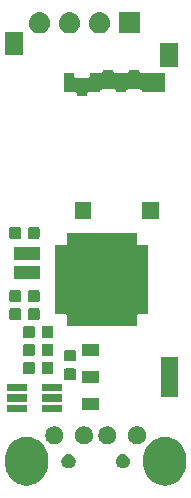
<source format=gbr>
G04 #@! TF.GenerationSoftware,KiCad,Pcbnew,(5.0.2)-1*
G04 #@! TF.CreationDate,2022-05-07T19:17:56+02:00*
G04 #@! TF.ProjectId,Pendrive_v1,50656e64-7269-4766-955f-76312e6b6963,rev?*
G04 #@! TF.SameCoordinates,Original*
G04 #@! TF.FileFunction,Soldermask,Top*
G04 #@! TF.FilePolarity,Negative*
%FSLAX46Y46*%
G04 Gerber Fmt 4.6, Leading zero omitted, Abs format (unit mm)*
G04 Created by KiCad (PCBNEW (5.0.2)-1) date 07.05.2022 19:17:56*
%MOMM*%
%LPD*%
G01*
G04 APERTURE LIST*
%ADD10C,0.100000*%
G04 APERTURE END LIST*
D10*
G36*
X102763057Y-136554059D02*
X102989384Y-136622714D01*
X103102548Y-136657042D01*
X103415425Y-136824279D01*
X103689661Y-137049339D01*
X103914721Y-137323575D01*
X104081958Y-137636451D01*
X104116286Y-137749615D01*
X104184941Y-137975942D01*
X104211000Y-138240525D01*
X104211000Y-138917474D01*
X104184941Y-139182057D01*
X104116286Y-139408384D01*
X104081958Y-139521549D01*
X103914721Y-139834425D01*
X103689661Y-140108661D01*
X103415425Y-140333721D01*
X103102549Y-140500958D01*
X102989385Y-140535286D01*
X102763058Y-140603941D01*
X102410000Y-140638714D01*
X102056943Y-140603941D01*
X101830616Y-140535286D01*
X101717452Y-140500958D01*
X101404576Y-140333721D01*
X101130339Y-140108661D01*
X100905279Y-139834425D01*
X100738042Y-139521549D01*
X100703714Y-139408385D01*
X100635059Y-139182058D01*
X100609000Y-138917475D01*
X100609000Y-138240526D01*
X100635059Y-137975943D01*
X100738042Y-137636453D01*
X100738042Y-137636452D01*
X100905279Y-137323575D01*
X101130339Y-137049339D01*
X101404575Y-136824279D01*
X101717451Y-136657042D01*
X101830615Y-136622714D01*
X102056942Y-136554059D01*
X102410000Y-136519286D01*
X102763057Y-136554059D01*
X102763057Y-136554059D01*
G37*
G36*
X114463057Y-136554059D02*
X114689384Y-136622714D01*
X114802548Y-136657042D01*
X115115425Y-136824279D01*
X115389661Y-137049339D01*
X115614721Y-137323575D01*
X115781958Y-137636451D01*
X115816286Y-137749615D01*
X115884941Y-137975942D01*
X115911000Y-138240525D01*
X115911000Y-138917474D01*
X115884941Y-139182057D01*
X115816286Y-139408384D01*
X115781958Y-139521549D01*
X115614721Y-139834425D01*
X115389661Y-140108661D01*
X115115425Y-140333721D01*
X114802549Y-140500958D01*
X114689385Y-140535286D01*
X114463058Y-140603941D01*
X114110000Y-140638714D01*
X113756943Y-140603941D01*
X113530616Y-140535286D01*
X113417452Y-140500958D01*
X113104576Y-140333721D01*
X112830339Y-140108661D01*
X112605279Y-139834425D01*
X112438042Y-139521549D01*
X112403714Y-139408385D01*
X112335059Y-139182058D01*
X112309000Y-138917475D01*
X112309000Y-138240526D01*
X112335059Y-137975943D01*
X112438042Y-137636453D01*
X112438042Y-137636452D01*
X112605279Y-137323575D01*
X112830339Y-137049339D01*
X113104575Y-136824279D01*
X113417451Y-136657042D01*
X113530615Y-136622714D01*
X113756942Y-136554059D01*
X114110000Y-136519286D01*
X114463057Y-136554059D01*
X114463057Y-136554059D01*
G37*
G36*
X106135305Y-138001096D02*
X106244680Y-138046400D01*
X106343118Y-138112175D01*
X106426825Y-138195882D01*
X106492600Y-138294320D01*
X106537904Y-138403695D01*
X106561000Y-138519806D01*
X106561000Y-138638194D01*
X106537904Y-138754305D01*
X106492600Y-138863680D01*
X106426825Y-138962118D01*
X106343118Y-139045825D01*
X106244680Y-139111600D01*
X106135305Y-139156904D01*
X106019194Y-139180000D01*
X105900806Y-139180000D01*
X105784695Y-139156904D01*
X105675320Y-139111600D01*
X105576882Y-139045825D01*
X105493175Y-138962118D01*
X105427400Y-138863680D01*
X105382096Y-138754305D01*
X105359000Y-138638194D01*
X105359000Y-138519806D01*
X105382096Y-138403695D01*
X105427400Y-138294320D01*
X105493175Y-138195882D01*
X105576882Y-138112175D01*
X105675320Y-138046400D01*
X105784695Y-138001096D01*
X105900806Y-137978000D01*
X106019194Y-137978000D01*
X106135305Y-138001096D01*
X106135305Y-138001096D01*
G37*
G36*
X110735305Y-138001096D02*
X110844680Y-138046400D01*
X110943118Y-138112175D01*
X111026825Y-138195882D01*
X111092600Y-138294320D01*
X111137904Y-138403695D01*
X111161000Y-138519806D01*
X111161000Y-138638194D01*
X111137904Y-138754305D01*
X111092600Y-138863680D01*
X111026825Y-138962118D01*
X110943118Y-139045825D01*
X110844680Y-139111600D01*
X110735305Y-139156904D01*
X110619194Y-139180000D01*
X110500806Y-139180000D01*
X110384695Y-139156904D01*
X110275320Y-139111600D01*
X110176882Y-139045825D01*
X110093175Y-138962118D01*
X110027400Y-138863680D01*
X109982096Y-138754305D01*
X109959000Y-138638194D01*
X109959000Y-138519806D01*
X109982096Y-138403695D01*
X110027400Y-138294320D01*
X110093175Y-138195882D01*
X110176882Y-138112175D01*
X110275320Y-138046400D01*
X110384695Y-138001096D01*
X110500806Y-137978000D01*
X110619194Y-137978000D01*
X110735305Y-138001096D01*
X110735305Y-138001096D01*
G37*
G36*
X109483578Y-135641955D02*
X109483581Y-135641956D01*
X109483580Y-135641956D01*
X109623074Y-135699736D01*
X109623075Y-135699737D01*
X109748618Y-135783622D01*
X109855378Y-135890382D01*
X109855380Y-135890385D01*
X109939264Y-136015926D01*
X109983955Y-136123820D01*
X109997045Y-136155422D01*
X110026500Y-136303505D01*
X110026500Y-136454495D01*
X109997045Y-136602578D01*
X109997044Y-136602580D01*
X109939264Y-136742074D01*
X109939263Y-136742075D01*
X109855378Y-136867618D01*
X109748618Y-136974378D01*
X109748615Y-136974380D01*
X109623074Y-137058264D01*
X109515180Y-137102955D01*
X109483578Y-137116045D01*
X109335495Y-137145500D01*
X109184505Y-137145500D01*
X109036422Y-137116045D01*
X109004820Y-137102955D01*
X108896926Y-137058264D01*
X108771385Y-136974380D01*
X108771382Y-136974378D01*
X108664622Y-136867618D01*
X108580737Y-136742075D01*
X108580736Y-136742074D01*
X108522956Y-136602580D01*
X108522955Y-136602578D01*
X108493500Y-136454495D01*
X108493500Y-136303505D01*
X108522955Y-136155422D01*
X108536045Y-136123820D01*
X108580736Y-136015926D01*
X108664620Y-135890385D01*
X108664622Y-135890382D01*
X108771382Y-135783622D01*
X108896925Y-135699737D01*
X108896926Y-135699736D01*
X109036420Y-135641956D01*
X109036419Y-135641956D01*
X109036422Y-135641955D01*
X109184505Y-135612500D01*
X109335495Y-135612500D01*
X109483578Y-135641955D01*
X109483578Y-135641955D01*
G37*
G36*
X104983578Y-135641955D02*
X104983581Y-135641956D01*
X104983580Y-135641956D01*
X105123074Y-135699736D01*
X105123075Y-135699737D01*
X105248618Y-135783622D01*
X105355378Y-135890382D01*
X105355380Y-135890385D01*
X105439264Y-136015926D01*
X105483955Y-136123820D01*
X105497045Y-136155422D01*
X105526500Y-136303505D01*
X105526500Y-136454495D01*
X105497045Y-136602578D01*
X105497044Y-136602580D01*
X105439264Y-136742074D01*
X105439263Y-136742075D01*
X105355378Y-136867618D01*
X105248618Y-136974378D01*
X105248615Y-136974380D01*
X105123074Y-137058264D01*
X105015180Y-137102955D01*
X104983578Y-137116045D01*
X104835495Y-137145500D01*
X104684505Y-137145500D01*
X104536422Y-137116045D01*
X104504820Y-137102955D01*
X104396926Y-137058264D01*
X104271385Y-136974380D01*
X104271382Y-136974378D01*
X104164622Y-136867618D01*
X104080737Y-136742075D01*
X104080736Y-136742074D01*
X104022956Y-136602580D01*
X104022955Y-136602578D01*
X103993500Y-136454495D01*
X103993500Y-136303505D01*
X104022955Y-136155422D01*
X104036045Y-136123820D01*
X104080736Y-136015926D01*
X104164620Y-135890385D01*
X104164622Y-135890382D01*
X104271382Y-135783622D01*
X104396925Y-135699737D01*
X104396926Y-135699736D01*
X104536420Y-135641956D01*
X104536419Y-135641956D01*
X104536422Y-135641955D01*
X104684505Y-135612500D01*
X104835495Y-135612500D01*
X104983578Y-135641955D01*
X104983578Y-135641955D01*
G37*
G36*
X107483578Y-135641955D02*
X107483581Y-135641956D01*
X107483580Y-135641956D01*
X107623074Y-135699736D01*
X107623075Y-135699737D01*
X107748618Y-135783622D01*
X107855378Y-135890382D01*
X107855380Y-135890385D01*
X107939264Y-136015926D01*
X107983955Y-136123820D01*
X107997045Y-136155422D01*
X108026500Y-136303505D01*
X108026500Y-136454495D01*
X107997045Y-136602578D01*
X107997044Y-136602580D01*
X107939264Y-136742074D01*
X107939263Y-136742075D01*
X107855378Y-136867618D01*
X107748618Y-136974378D01*
X107748615Y-136974380D01*
X107623074Y-137058264D01*
X107515180Y-137102955D01*
X107483578Y-137116045D01*
X107335495Y-137145500D01*
X107184505Y-137145500D01*
X107036422Y-137116045D01*
X107004820Y-137102955D01*
X106896926Y-137058264D01*
X106771385Y-136974380D01*
X106771382Y-136974378D01*
X106664622Y-136867618D01*
X106580737Y-136742075D01*
X106580736Y-136742074D01*
X106522956Y-136602580D01*
X106522955Y-136602578D01*
X106493500Y-136454495D01*
X106493500Y-136303505D01*
X106522955Y-136155422D01*
X106536045Y-136123820D01*
X106580736Y-136015926D01*
X106664620Y-135890385D01*
X106664622Y-135890382D01*
X106771382Y-135783622D01*
X106896925Y-135699737D01*
X106896926Y-135699736D01*
X107036420Y-135641956D01*
X107036419Y-135641956D01*
X107036422Y-135641955D01*
X107184505Y-135612500D01*
X107335495Y-135612500D01*
X107483578Y-135641955D01*
X107483578Y-135641955D01*
G37*
G36*
X111983578Y-135641955D02*
X111983581Y-135641956D01*
X111983580Y-135641956D01*
X112123074Y-135699736D01*
X112123075Y-135699737D01*
X112248618Y-135783622D01*
X112355378Y-135890382D01*
X112355380Y-135890385D01*
X112439264Y-136015926D01*
X112483955Y-136123820D01*
X112497045Y-136155422D01*
X112526500Y-136303505D01*
X112526500Y-136454495D01*
X112497045Y-136602578D01*
X112497044Y-136602580D01*
X112439264Y-136742074D01*
X112439263Y-136742075D01*
X112355378Y-136867618D01*
X112248618Y-136974378D01*
X112248615Y-136974380D01*
X112123074Y-137058264D01*
X112015180Y-137102955D01*
X111983578Y-137116045D01*
X111835495Y-137145500D01*
X111684505Y-137145500D01*
X111536422Y-137116045D01*
X111504820Y-137102955D01*
X111396926Y-137058264D01*
X111271385Y-136974380D01*
X111271382Y-136974378D01*
X111164622Y-136867618D01*
X111080737Y-136742075D01*
X111080736Y-136742074D01*
X111022956Y-136602580D01*
X111022955Y-136602578D01*
X110993500Y-136454495D01*
X110993500Y-136303505D01*
X111022955Y-136155422D01*
X111036045Y-136123820D01*
X111080736Y-136015926D01*
X111164620Y-135890385D01*
X111164622Y-135890382D01*
X111271382Y-135783622D01*
X111396925Y-135699737D01*
X111396926Y-135699736D01*
X111536420Y-135641956D01*
X111536419Y-135641956D01*
X111536422Y-135641955D01*
X111684505Y-135612500D01*
X111835495Y-135612500D01*
X111983578Y-135641955D01*
X111983578Y-135641955D01*
G37*
G36*
X102447000Y-134424000D02*
X100745000Y-134424000D01*
X100745000Y-133822000D01*
X102447000Y-133822000D01*
X102447000Y-134424000D01*
X102447000Y-134424000D01*
G37*
G36*
X105397000Y-134424000D02*
X103695000Y-134424000D01*
X103695000Y-133822000D01*
X105397000Y-133822000D01*
X105397000Y-134424000D01*
X105397000Y-134424000D01*
G37*
G36*
X108511000Y-134269000D02*
X107109000Y-134269000D01*
X107109000Y-133217000D01*
X108511000Y-133217000D01*
X108511000Y-134269000D01*
X108511000Y-134269000D01*
G37*
G36*
X102447000Y-133524000D02*
X100745000Y-133524000D01*
X100745000Y-132922000D01*
X102447000Y-132922000D01*
X102447000Y-133524000D01*
X102447000Y-133524000D01*
G37*
G36*
X105397000Y-133524000D02*
X103695000Y-133524000D01*
X103695000Y-132922000D01*
X105397000Y-132922000D01*
X105397000Y-133524000D01*
X105397000Y-133524000D01*
G37*
G36*
X115211000Y-133129000D02*
X113809000Y-133129000D01*
X113809000Y-129777000D01*
X115211000Y-129777000D01*
X115211000Y-133129000D01*
X115211000Y-133129000D01*
G37*
G36*
X105397000Y-132624000D02*
X103695000Y-132624000D01*
X103695000Y-132022000D01*
X105397000Y-132022000D01*
X105397000Y-132624000D01*
X105397000Y-132624000D01*
G37*
G36*
X102447000Y-132624000D02*
X100745000Y-132624000D01*
X100745000Y-132022000D01*
X102447000Y-132022000D01*
X102447000Y-132624000D01*
X102447000Y-132624000D01*
G37*
G36*
X108511000Y-131979000D02*
X107109000Y-131979000D01*
X107109000Y-130927000D01*
X108511000Y-130927000D01*
X108511000Y-131979000D01*
X108511000Y-131979000D01*
G37*
G36*
X106475391Y-130732085D02*
X106509369Y-130742393D01*
X106540687Y-130759133D01*
X106568139Y-130781661D01*
X106590667Y-130809113D01*
X106607407Y-130840431D01*
X106617715Y-130874409D01*
X106621800Y-130915890D01*
X106621800Y-131517110D01*
X106617715Y-131558591D01*
X106607407Y-131592569D01*
X106590667Y-131623887D01*
X106568139Y-131651339D01*
X106540687Y-131673867D01*
X106509369Y-131690607D01*
X106475391Y-131700915D01*
X106433910Y-131705000D01*
X105757690Y-131705000D01*
X105716209Y-131700915D01*
X105682231Y-131690607D01*
X105650913Y-131673867D01*
X105623461Y-131651339D01*
X105600933Y-131623887D01*
X105584193Y-131592569D01*
X105573885Y-131558591D01*
X105569800Y-131517110D01*
X105569800Y-130915890D01*
X105573885Y-130874409D01*
X105584193Y-130840431D01*
X105600933Y-130809113D01*
X105623461Y-130781661D01*
X105650913Y-130759133D01*
X105682231Y-130742393D01*
X105716209Y-130732085D01*
X105757690Y-130728000D01*
X106433910Y-130728000D01*
X106475391Y-130732085D01*
X106475391Y-130732085D01*
G37*
G36*
X102948591Y-130161085D02*
X102982569Y-130171393D01*
X103013887Y-130188133D01*
X103041339Y-130210661D01*
X103063867Y-130238113D01*
X103080607Y-130269431D01*
X103090915Y-130303409D01*
X103095000Y-130344890D01*
X103095000Y-131021110D01*
X103090915Y-131062591D01*
X103080607Y-131096569D01*
X103063867Y-131127887D01*
X103041339Y-131155339D01*
X103013887Y-131177867D01*
X102982569Y-131194607D01*
X102948591Y-131204915D01*
X102907110Y-131209000D01*
X102305890Y-131209000D01*
X102264409Y-131204915D01*
X102230431Y-131194607D01*
X102199113Y-131177867D01*
X102171661Y-131155339D01*
X102149133Y-131127887D01*
X102132393Y-131096569D01*
X102122085Y-131062591D01*
X102118000Y-131021110D01*
X102118000Y-130344890D01*
X102122085Y-130303409D01*
X102132393Y-130269431D01*
X102149133Y-130238113D01*
X102171661Y-130210661D01*
X102199113Y-130188133D01*
X102230431Y-130171393D01*
X102264409Y-130161085D01*
X102305890Y-130157000D01*
X102907110Y-130157000D01*
X102948591Y-130161085D01*
X102948591Y-130161085D01*
G37*
G36*
X104523591Y-130161085D02*
X104557569Y-130171393D01*
X104588887Y-130188133D01*
X104616339Y-130210661D01*
X104638867Y-130238113D01*
X104655607Y-130269431D01*
X104665915Y-130303409D01*
X104670000Y-130344890D01*
X104670000Y-131021110D01*
X104665915Y-131062591D01*
X104655607Y-131096569D01*
X104638867Y-131127887D01*
X104616339Y-131155339D01*
X104588887Y-131177867D01*
X104557569Y-131194607D01*
X104523591Y-131204915D01*
X104482110Y-131209000D01*
X103880890Y-131209000D01*
X103839409Y-131204915D01*
X103805431Y-131194607D01*
X103774113Y-131177867D01*
X103746661Y-131155339D01*
X103724133Y-131127887D01*
X103707393Y-131096569D01*
X103697085Y-131062591D01*
X103693000Y-131021110D01*
X103693000Y-130344890D01*
X103697085Y-130303409D01*
X103707393Y-130269431D01*
X103724133Y-130238113D01*
X103746661Y-130210661D01*
X103774113Y-130188133D01*
X103805431Y-130171393D01*
X103839409Y-130161085D01*
X103880890Y-130157000D01*
X104482110Y-130157000D01*
X104523591Y-130161085D01*
X104523591Y-130161085D01*
G37*
G36*
X106475391Y-129157085D02*
X106509369Y-129167393D01*
X106540687Y-129184133D01*
X106568139Y-129206661D01*
X106590667Y-129234113D01*
X106607407Y-129265431D01*
X106617715Y-129299409D01*
X106621800Y-129340890D01*
X106621800Y-129942110D01*
X106617715Y-129983591D01*
X106607407Y-130017569D01*
X106590667Y-130048887D01*
X106568139Y-130076339D01*
X106540687Y-130098867D01*
X106509369Y-130115607D01*
X106475391Y-130125915D01*
X106433910Y-130130000D01*
X105757690Y-130130000D01*
X105716209Y-130125915D01*
X105682231Y-130115607D01*
X105650913Y-130098867D01*
X105623461Y-130076339D01*
X105600933Y-130048887D01*
X105584193Y-130017569D01*
X105573885Y-129983591D01*
X105569800Y-129942110D01*
X105569800Y-129340890D01*
X105573885Y-129299409D01*
X105584193Y-129265431D01*
X105600933Y-129234113D01*
X105623461Y-129206661D01*
X105650913Y-129184133D01*
X105682231Y-129167393D01*
X105716209Y-129157085D01*
X105757690Y-129153000D01*
X106433910Y-129153000D01*
X106475391Y-129157085D01*
X106475391Y-129157085D01*
G37*
G36*
X108511000Y-129689000D02*
X107109000Y-129689000D01*
X107109000Y-128637000D01*
X108511000Y-128637000D01*
X108511000Y-129689000D01*
X108511000Y-129689000D01*
G37*
G36*
X104523591Y-128637085D02*
X104557569Y-128647393D01*
X104588887Y-128664133D01*
X104616339Y-128686661D01*
X104638867Y-128714113D01*
X104655607Y-128745431D01*
X104665915Y-128779409D01*
X104670000Y-128820890D01*
X104670000Y-129497110D01*
X104665915Y-129538591D01*
X104655607Y-129572569D01*
X104638867Y-129603887D01*
X104616339Y-129631339D01*
X104588887Y-129653867D01*
X104557569Y-129670607D01*
X104523591Y-129680915D01*
X104482110Y-129685000D01*
X103880890Y-129685000D01*
X103839409Y-129680915D01*
X103805431Y-129670607D01*
X103774113Y-129653867D01*
X103746661Y-129631339D01*
X103724133Y-129603887D01*
X103707393Y-129572569D01*
X103697085Y-129538591D01*
X103693000Y-129497110D01*
X103693000Y-128820890D01*
X103697085Y-128779409D01*
X103707393Y-128745431D01*
X103724133Y-128714113D01*
X103746661Y-128686661D01*
X103774113Y-128664133D01*
X103805431Y-128647393D01*
X103839409Y-128637085D01*
X103880890Y-128633000D01*
X104482110Y-128633000D01*
X104523591Y-128637085D01*
X104523591Y-128637085D01*
G37*
G36*
X102948591Y-128637085D02*
X102982569Y-128647393D01*
X103013887Y-128664133D01*
X103041339Y-128686661D01*
X103063867Y-128714113D01*
X103080607Y-128745431D01*
X103090915Y-128779409D01*
X103095000Y-128820890D01*
X103095000Y-129497110D01*
X103090915Y-129538591D01*
X103080607Y-129572569D01*
X103063867Y-129603887D01*
X103041339Y-129631339D01*
X103013887Y-129653867D01*
X102982569Y-129670607D01*
X102948591Y-129680915D01*
X102907110Y-129685000D01*
X102305890Y-129685000D01*
X102264409Y-129680915D01*
X102230431Y-129670607D01*
X102199113Y-129653867D01*
X102171661Y-129631339D01*
X102149133Y-129603887D01*
X102132393Y-129572569D01*
X102122085Y-129538591D01*
X102118000Y-129497110D01*
X102118000Y-128820890D01*
X102122085Y-128779409D01*
X102132393Y-128745431D01*
X102149133Y-128714113D01*
X102171661Y-128686661D01*
X102199113Y-128664133D01*
X102230431Y-128647393D01*
X102264409Y-128637085D01*
X102305890Y-128633000D01*
X102907110Y-128633000D01*
X102948591Y-128637085D01*
X102948591Y-128637085D01*
G37*
G36*
X102948591Y-127113085D02*
X102982569Y-127123393D01*
X103013887Y-127140133D01*
X103041339Y-127162661D01*
X103063867Y-127190113D01*
X103080607Y-127221431D01*
X103090915Y-127255409D01*
X103095000Y-127296890D01*
X103095000Y-127973110D01*
X103090915Y-128014591D01*
X103080607Y-128048569D01*
X103063867Y-128079887D01*
X103041339Y-128107339D01*
X103013887Y-128129867D01*
X102982569Y-128146607D01*
X102948591Y-128156915D01*
X102907110Y-128161000D01*
X102305890Y-128161000D01*
X102264409Y-128156915D01*
X102230431Y-128146607D01*
X102199113Y-128129867D01*
X102171661Y-128107339D01*
X102149133Y-128079887D01*
X102132393Y-128048569D01*
X102122085Y-128014591D01*
X102118000Y-127973110D01*
X102118000Y-127296890D01*
X102122085Y-127255409D01*
X102132393Y-127221431D01*
X102149133Y-127190113D01*
X102171661Y-127162661D01*
X102199113Y-127140133D01*
X102230431Y-127123393D01*
X102264409Y-127113085D01*
X102305890Y-127109000D01*
X102907110Y-127109000D01*
X102948591Y-127113085D01*
X102948591Y-127113085D01*
G37*
G36*
X104523591Y-127113085D02*
X104557569Y-127123393D01*
X104588887Y-127140133D01*
X104616339Y-127162661D01*
X104638867Y-127190113D01*
X104655607Y-127221431D01*
X104665915Y-127255409D01*
X104670000Y-127296890D01*
X104670000Y-127973110D01*
X104665915Y-128014591D01*
X104655607Y-128048569D01*
X104638867Y-128079887D01*
X104616339Y-128107339D01*
X104588887Y-128129867D01*
X104557569Y-128146607D01*
X104523591Y-128156915D01*
X104482110Y-128161000D01*
X103880890Y-128161000D01*
X103839409Y-128156915D01*
X103805431Y-128146607D01*
X103774113Y-128129867D01*
X103746661Y-128107339D01*
X103724133Y-128079887D01*
X103707393Y-128048569D01*
X103697085Y-128014591D01*
X103693000Y-127973110D01*
X103693000Y-127296890D01*
X103697085Y-127255409D01*
X103707393Y-127221431D01*
X103724133Y-127190113D01*
X103746661Y-127162661D01*
X103774113Y-127140133D01*
X103805431Y-127123393D01*
X103839409Y-127113085D01*
X103880890Y-127109000D01*
X104482110Y-127109000D01*
X104523591Y-127113085D01*
X104523591Y-127113085D01*
G37*
G36*
X111736000Y-120130000D02*
X111738402Y-120154386D01*
X111745515Y-120177835D01*
X111757066Y-120199446D01*
X111772612Y-120218388D01*
X111791554Y-120233934D01*
X111813165Y-120245485D01*
X111836614Y-120252598D01*
X111861000Y-120255000D01*
X112711000Y-120255000D01*
X112711000Y-126157000D01*
X111861000Y-126157000D01*
X111836614Y-126159402D01*
X111813165Y-126166515D01*
X111791554Y-126178066D01*
X111772612Y-126193612D01*
X111757066Y-126212554D01*
X111745515Y-126234165D01*
X111738402Y-126257614D01*
X111736000Y-126282000D01*
X111736000Y-127132000D01*
X105834000Y-127132000D01*
X105834000Y-126282000D01*
X105831598Y-126257614D01*
X105824485Y-126234165D01*
X105812934Y-126212554D01*
X105797388Y-126193612D01*
X105778446Y-126178066D01*
X105756835Y-126166515D01*
X105733386Y-126159402D01*
X105709000Y-126157000D01*
X104859000Y-126157000D01*
X104859000Y-120255000D01*
X105709000Y-120255000D01*
X105733386Y-120252598D01*
X105756835Y-120245485D01*
X105778446Y-120233934D01*
X105797388Y-120218388D01*
X105812934Y-120199446D01*
X105824485Y-120177835D01*
X105831598Y-120154386D01*
X105834000Y-120130000D01*
X105834000Y-119280000D01*
X111736000Y-119280000D01*
X111736000Y-120130000D01*
X111736000Y-120130000D01*
G37*
G36*
X101789591Y-125605085D02*
X101823569Y-125615393D01*
X101854887Y-125632133D01*
X101882339Y-125654661D01*
X101904867Y-125682113D01*
X101921607Y-125713431D01*
X101931915Y-125747409D01*
X101936000Y-125788890D01*
X101936000Y-126465110D01*
X101931915Y-126506591D01*
X101921607Y-126540569D01*
X101904867Y-126571887D01*
X101882339Y-126599339D01*
X101854887Y-126621867D01*
X101823569Y-126638607D01*
X101789591Y-126648915D01*
X101748110Y-126653000D01*
X101146890Y-126653000D01*
X101105409Y-126648915D01*
X101071431Y-126638607D01*
X101040113Y-126621867D01*
X101012661Y-126599339D01*
X100990133Y-126571887D01*
X100973393Y-126540569D01*
X100963085Y-126506591D01*
X100959000Y-126465110D01*
X100959000Y-125788890D01*
X100963085Y-125747409D01*
X100973393Y-125713431D01*
X100990133Y-125682113D01*
X101012661Y-125654661D01*
X101040113Y-125632133D01*
X101071431Y-125615393D01*
X101105409Y-125605085D01*
X101146890Y-125601000D01*
X101748110Y-125601000D01*
X101789591Y-125605085D01*
X101789591Y-125605085D01*
G37*
G36*
X103364591Y-125605085D02*
X103398569Y-125615393D01*
X103429887Y-125632133D01*
X103457339Y-125654661D01*
X103479867Y-125682113D01*
X103496607Y-125713431D01*
X103506915Y-125747409D01*
X103511000Y-125788890D01*
X103511000Y-126465110D01*
X103506915Y-126506591D01*
X103496607Y-126540569D01*
X103479867Y-126571887D01*
X103457339Y-126599339D01*
X103429887Y-126621867D01*
X103398569Y-126638607D01*
X103364591Y-126648915D01*
X103323110Y-126653000D01*
X102721890Y-126653000D01*
X102680409Y-126648915D01*
X102646431Y-126638607D01*
X102615113Y-126621867D01*
X102587661Y-126599339D01*
X102565133Y-126571887D01*
X102548393Y-126540569D01*
X102538085Y-126506591D01*
X102534000Y-126465110D01*
X102534000Y-125788890D01*
X102538085Y-125747409D01*
X102548393Y-125713431D01*
X102565133Y-125682113D01*
X102587661Y-125654661D01*
X102615113Y-125632133D01*
X102646431Y-125615393D01*
X102680409Y-125605085D01*
X102721890Y-125601000D01*
X103323110Y-125601000D01*
X103364591Y-125605085D01*
X103364591Y-125605085D01*
G37*
G36*
X101789591Y-124081085D02*
X101823569Y-124091393D01*
X101854887Y-124108133D01*
X101882339Y-124130661D01*
X101904867Y-124158113D01*
X101921607Y-124189431D01*
X101931915Y-124223409D01*
X101936000Y-124264890D01*
X101936000Y-124941110D01*
X101931915Y-124982591D01*
X101921607Y-125016569D01*
X101904867Y-125047887D01*
X101882339Y-125075339D01*
X101854887Y-125097867D01*
X101823569Y-125114607D01*
X101789591Y-125124915D01*
X101748110Y-125129000D01*
X101146890Y-125129000D01*
X101105409Y-125124915D01*
X101071431Y-125114607D01*
X101040113Y-125097867D01*
X101012661Y-125075339D01*
X100990133Y-125047887D01*
X100973393Y-125016569D01*
X100963085Y-124982591D01*
X100959000Y-124941110D01*
X100959000Y-124264890D01*
X100963085Y-124223409D01*
X100973393Y-124189431D01*
X100990133Y-124158113D01*
X101012661Y-124130661D01*
X101040113Y-124108133D01*
X101071431Y-124091393D01*
X101105409Y-124081085D01*
X101146890Y-124077000D01*
X101748110Y-124077000D01*
X101789591Y-124081085D01*
X101789591Y-124081085D01*
G37*
G36*
X103364591Y-124081085D02*
X103398569Y-124091393D01*
X103429887Y-124108133D01*
X103457339Y-124130661D01*
X103479867Y-124158113D01*
X103496607Y-124189431D01*
X103506915Y-124223409D01*
X103511000Y-124264890D01*
X103511000Y-124941110D01*
X103506915Y-124982591D01*
X103496607Y-125016569D01*
X103479867Y-125047887D01*
X103457339Y-125075339D01*
X103429887Y-125097867D01*
X103398569Y-125114607D01*
X103364591Y-125124915D01*
X103323110Y-125129000D01*
X102721890Y-125129000D01*
X102680409Y-125124915D01*
X102646431Y-125114607D01*
X102615113Y-125097867D01*
X102587661Y-125075339D01*
X102565133Y-125047887D01*
X102548393Y-125016569D01*
X102538085Y-124982591D01*
X102534000Y-124941110D01*
X102534000Y-124264890D01*
X102538085Y-124223409D01*
X102548393Y-124189431D01*
X102565133Y-124158113D01*
X102587661Y-124130661D01*
X102615113Y-124108133D01*
X102646431Y-124091393D01*
X102680409Y-124081085D01*
X102721890Y-124077000D01*
X103323110Y-124077000D01*
X103364591Y-124081085D01*
X103364591Y-124081085D01*
G37*
G36*
X103549000Y-123169000D02*
X101321000Y-123169000D01*
X101321000Y-122067000D01*
X103549000Y-122067000D01*
X103549000Y-123169000D01*
X103549000Y-123169000D01*
G37*
G36*
X103549000Y-121519000D02*
X101321000Y-121519000D01*
X101321000Y-120417000D01*
X103549000Y-120417000D01*
X103549000Y-121519000D01*
X103549000Y-121519000D01*
G37*
G36*
X103364591Y-118731085D02*
X103398569Y-118741393D01*
X103429887Y-118758133D01*
X103457339Y-118780661D01*
X103479867Y-118808113D01*
X103496607Y-118839431D01*
X103506915Y-118873409D01*
X103511000Y-118914890D01*
X103511000Y-119591110D01*
X103506915Y-119632591D01*
X103496607Y-119666569D01*
X103479867Y-119697887D01*
X103457339Y-119725339D01*
X103429887Y-119747867D01*
X103398569Y-119764607D01*
X103364591Y-119774915D01*
X103323110Y-119779000D01*
X102721890Y-119779000D01*
X102680409Y-119774915D01*
X102646431Y-119764607D01*
X102615113Y-119747867D01*
X102587661Y-119725339D01*
X102565133Y-119697887D01*
X102548393Y-119666569D01*
X102538085Y-119632591D01*
X102534000Y-119591110D01*
X102534000Y-118914890D01*
X102538085Y-118873409D01*
X102548393Y-118839431D01*
X102565133Y-118808113D01*
X102587661Y-118780661D01*
X102615113Y-118758133D01*
X102646431Y-118741393D01*
X102680409Y-118731085D01*
X102721890Y-118727000D01*
X103323110Y-118727000D01*
X103364591Y-118731085D01*
X103364591Y-118731085D01*
G37*
G36*
X101789591Y-118731085D02*
X101823569Y-118741393D01*
X101854887Y-118758133D01*
X101882339Y-118780661D01*
X101904867Y-118808113D01*
X101921607Y-118839431D01*
X101931915Y-118873409D01*
X101936000Y-118914890D01*
X101936000Y-119591110D01*
X101931915Y-119632591D01*
X101921607Y-119666569D01*
X101904867Y-119697887D01*
X101882339Y-119725339D01*
X101854887Y-119747867D01*
X101823569Y-119764607D01*
X101789591Y-119774915D01*
X101748110Y-119779000D01*
X101146890Y-119779000D01*
X101105409Y-119774915D01*
X101071431Y-119764607D01*
X101040113Y-119747867D01*
X101012661Y-119725339D01*
X100990133Y-119697887D01*
X100973393Y-119666569D01*
X100963085Y-119632591D01*
X100959000Y-119591110D01*
X100959000Y-118914890D01*
X100963085Y-118873409D01*
X100973393Y-118839431D01*
X100990133Y-118808113D01*
X101012661Y-118780661D01*
X101040113Y-118758133D01*
X101071431Y-118741393D01*
X101105409Y-118731085D01*
X101146890Y-118727000D01*
X101748110Y-118727000D01*
X101789591Y-118731085D01*
X101789591Y-118731085D01*
G37*
G36*
X113601000Y-118110000D02*
X112199000Y-118110000D01*
X112199000Y-116608000D01*
X113601000Y-116608000D01*
X113601000Y-118110000D01*
X113601000Y-118110000D01*
G37*
G36*
X107901000Y-118110000D02*
X106499000Y-118110000D01*
X106499000Y-116608000D01*
X107901000Y-116608000D01*
X107901000Y-118110000D01*
X107901000Y-118110000D01*
G37*
G36*
X109761000Y-105573000D02*
X109763402Y-105597386D01*
X109770515Y-105620835D01*
X109782066Y-105642446D01*
X109797612Y-105661388D01*
X109816554Y-105676934D01*
X109838165Y-105688485D01*
X109861614Y-105695598D01*
X109886000Y-105698000D01*
X110934000Y-105698000D01*
X110958386Y-105695598D01*
X110981835Y-105688485D01*
X111003446Y-105676934D01*
X111022388Y-105661388D01*
X111037934Y-105642446D01*
X111049485Y-105620835D01*
X111056598Y-105597386D01*
X111059000Y-105573000D01*
X111059000Y-105498000D01*
X111961000Y-105498000D01*
X111961000Y-105573000D01*
X111963402Y-105597386D01*
X111970515Y-105620835D01*
X111982066Y-105642446D01*
X111997612Y-105661388D01*
X112016554Y-105676934D01*
X112038165Y-105688485D01*
X112061614Y-105695598D01*
X112086000Y-105698000D01*
X114161000Y-105698000D01*
X114161000Y-107300000D01*
X112159000Y-107300000D01*
X112159000Y-107225000D01*
X112156598Y-107200614D01*
X112149485Y-107177165D01*
X112137934Y-107155554D01*
X112122388Y-107136612D01*
X112103446Y-107121066D01*
X112081835Y-107109515D01*
X112058386Y-107102402D01*
X112034000Y-107100000D01*
X110986000Y-107100000D01*
X110961614Y-107102402D01*
X110938165Y-107109515D01*
X110916554Y-107121066D01*
X110897612Y-107136612D01*
X110882066Y-107155554D01*
X110870515Y-107177165D01*
X110863402Y-107200614D01*
X110861000Y-107225000D01*
X110861000Y-107300000D01*
X109959000Y-107300000D01*
X109959000Y-107225000D01*
X109956598Y-107200614D01*
X109949485Y-107177165D01*
X109937934Y-107155554D01*
X109922388Y-107136612D01*
X109903446Y-107121066D01*
X109881835Y-107109515D01*
X109858386Y-107102402D01*
X109834000Y-107100000D01*
X108786000Y-107100000D01*
X108761614Y-107102402D01*
X108738165Y-107109515D01*
X108716554Y-107121066D01*
X108697612Y-107136612D01*
X108682066Y-107155554D01*
X108670515Y-107177165D01*
X108663402Y-107200614D01*
X108661000Y-107225000D01*
X108661000Y-107300000D01*
X107686000Y-107300000D01*
X107661614Y-107302402D01*
X107638165Y-107309515D01*
X107616554Y-107321066D01*
X107597612Y-107336612D01*
X107582066Y-107355554D01*
X107570515Y-107377165D01*
X107563402Y-107400614D01*
X107561000Y-107425000D01*
X107561000Y-107700000D01*
X106659000Y-107700000D01*
X106659000Y-107425000D01*
X106656598Y-107400614D01*
X106649485Y-107377165D01*
X106637934Y-107355554D01*
X106622388Y-107336612D01*
X106603446Y-107321066D01*
X106581835Y-107309515D01*
X106558386Y-107302402D01*
X106534000Y-107300000D01*
X105559000Y-107300000D01*
X105559000Y-105698000D01*
X106461000Y-105698000D01*
X106461000Y-105973000D01*
X106463402Y-105997386D01*
X106470515Y-106020835D01*
X106482066Y-106042446D01*
X106497612Y-106061388D01*
X106516554Y-106076934D01*
X106538165Y-106088485D01*
X106561614Y-106095598D01*
X106586000Y-106098000D01*
X107634000Y-106098000D01*
X107658386Y-106095598D01*
X107681835Y-106088485D01*
X107703446Y-106076934D01*
X107722388Y-106061388D01*
X107737934Y-106042446D01*
X107749485Y-106020835D01*
X107756598Y-105997386D01*
X107759000Y-105973000D01*
X107759000Y-105698000D01*
X108734000Y-105698000D01*
X108758386Y-105695598D01*
X108781835Y-105688485D01*
X108803446Y-105676934D01*
X108822388Y-105661388D01*
X108837934Y-105642446D01*
X108849485Y-105620835D01*
X108856598Y-105597386D01*
X108859000Y-105573000D01*
X108859000Y-105498000D01*
X109761000Y-105498000D01*
X109761000Y-105573000D01*
X109761000Y-105573000D01*
G37*
G36*
X115251000Y-105210000D02*
X113749000Y-105210000D01*
X113749000Y-103208000D01*
X115251000Y-103208000D01*
X115251000Y-105210000D01*
X115251000Y-105210000D01*
G37*
G36*
X102101000Y-104210000D02*
X100599000Y-104210000D01*
X100599000Y-102208000D01*
X102101000Y-102208000D01*
X102101000Y-104210000D01*
X102101000Y-104210000D01*
G37*
G36*
X112026000Y-102347000D02*
X110224000Y-102347000D01*
X110224000Y-100545000D01*
X112026000Y-100545000D01*
X112026000Y-102347000D01*
X112026000Y-102347000D01*
G37*
G36*
X108695443Y-100551519D02*
X108761627Y-100558037D01*
X108874853Y-100592384D01*
X108931467Y-100609557D01*
X109070087Y-100683652D01*
X109087991Y-100693222D01*
X109123729Y-100722552D01*
X109225186Y-100805814D01*
X109308448Y-100907271D01*
X109337778Y-100943009D01*
X109337779Y-100943011D01*
X109421443Y-101099533D01*
X109421443Y-101099534D01*
X109472963Y-101269373D01*
X109490359Y-101446000D01*
X109472963Y-101622627D01*
X109438616Y-101735853D01*
X109421443Y-101792467D01*
X109347348Y-101931087D01*
X109337778Y-101948991D01*
X109308448Y-101984729D01*
X109225186Y-102086186D01*
X109123729Y-102169448D01*
X109087991Y-102198778D01*
X109087989Y-102198779D01*
X108931467Y-102282443D01*
X108874853Y-102299616D01*
X108761627Y-102333963D01*
X108695443Y-102340481D01*
X108629260Y-102347000D01*
X108540740Y-102347000D01*
X108474558Y-102340482D01*
X108408373Y-102333963D01*
X108295147Y-102299616D01*
X108238533Y-102282443D01*
X108082011Y-102198779D01*
X108082009Y-102198778D01*
X108046271Y-102169448D01*
X107944814Y-102086186D01*
X107861552Y-101984729D01*
X107832222Y-101948991D01*
X107822652Y-101931087D01*
X107748557Y-101792467D01*
X107731384Y-101735853D01*
X107697037Y-101622627D01*
X107679641Y-101446000D01*
X107697037Y-101269373D01*
X107748557Y-101099534D01*
X107748557Y-101099533D01*
X107832221Y-100943011D01*
X107832222Y-100943009D01*
X107861552Y-100907271D01*
X107944814Y-100805814D01*
X108046271Y-100722552D01*
X108082009Y-100693222D01*
X108099913Y-100683652D01*
X108238533Y-100609557D01*
X108295147Y-100592384D01*
X108408373Y-100558037D01*
X108474557Y-100551519D01*
X108540740Y-100545000D01*
X108629260Y-100545000D01*
X108695443Y-100551519D01*
X108695443Y-100551519D01*
G37*
G36*
X106155443Y-100551519D02*
X106221627Y-100558037D01*
X106334853Y-100592384D01*
X106391467Y-100609557D01*
X106530087Y-100683652D01*
X106547991Y-100693222D01*
X106583729Y-100722552D01*
X106685186Y-100805814D01*
X106768448Y-100907271D01*
X106797778Y-100943009D01*
X106797779Y-100943011D01*
X106881443Y-101099533D01*
X106881443Y-101099534D01*
X106932963Y-101269373D01*
X106950359Y-101446000D01*
X106932963Y-101622627D01*
X106898616Y-101735853D01*
X106881443Y-101792467D01*
X106807348Y-101931087D01*
X106797778Y-101948991D01*
X106768448Y-101984729D01*
X106685186Y-102086186D01*
X106583729Y-102169448D01*
X106547991Y-102198778D01*
X106547989Y-102198779D01*
X106391467Y-102282443D01*
X106334853Y-102299616D01*
X106221627Y-102333963D01*
X106155443Y-102340481D01*
X106089260Y-102347000D01*
X106000740Y-102347000D01*
X105934558Y-102340482D01*
X105868373Y-102333963D01*
X105755147Y-102299616D01*
X105698533Y-102282443D01*
X105542011Y-102198779D01*
X105542009Y-102198778D01*
X105506271Y-102169448D01*
X105404814Y-102086186D01*
X105321552Y-101984729D01*
X105292222Y-101948991D01*
X105282652Y-101931087D01*
X105208557Y-101792467D01*
X105191384Y-101735853D01*
X105157037Y-101622627D01*
X105139641Y-101446000D01*
X105157037Y-101269373D01*
X105208557Y-101099534D01*
X105208557Y-101099533D01*
X105292221Y-100943011D01*
X105292222Y-100943009D01*
X105321552Y-100907271D01*
X105404814Y-100805814D01*
X105506271Y-100722552D01*
X105542009Y-100693222D01*
X105559913Y-100683652D01*
X105698533Y-100609557D01*
X105755147Y-100592384D01*
X105868373Y-100558037D01*
X105934557Y-100551519D01*
X106000740Y-100545000D01*
X106089260Y-100545000D01*
X106155443Y-100551519D01*
X106155443Y-100551519D01*
G37*
G36*
X103615443Y-100551519D02*
X103681627Y-100558037D01*
X103794853Y-100592384D01*
X103851467Y-100609557D01*
X103990087Y-100683652D01*
X104007991Y-100693222D01*
X104043729Y-100722552D01*
X104145186Y-100805814D01*
X104228448Y-100907271D01*
X104257778Y-100943009D01*
X104257779Y-100943011D01*
X104341443Y-101099533D01*
X104341443Y-101099534D01*
X104392963Y-101269373D01*
X104410359Y-101446000D01*
X104392963Y-101622627D01*
X104358616Y-101735853D01*
X104341443Y-101792467D01*
X104267348Y-101931087D01*
X104257778Y-101948991D01*
X104228448Y-101984729D01*
X104145186Y-102086186D01*
X104043729Y-102169448D01*
X104007991Y-102198778D01*
X104007989Y-102198779D01*
X103851467Y-102282443D01*
X103794853Y-102299616D01*
X103681627Y-102333963D01*
X103615443Y-102340481D01*
X103549260Y-102347000D01*
X103460740Y-102347000D01*
X103394558Y-102340482D01*
X103328373Y-102333963D01*
X103215147Y-102299616D01*
X103158533Y-102282443D01*
X103002011Y-102198779D01*
X103002009Y-102198778D01*
X102966271Y-102169448D01*
X102864814Y-102086186D01*
X102781552Y-101984729D01*
X102752222Y-101948991D01*
X102742652Y-101931087D01*
X102668557Y-101792467D01*
X102651384Y-101735853D01*
X102617037Y-101622627D01*
X102599641Y-101446000D01*
X102617037Y-101269373D01*
X102668557Y-101099534D01*
X102668557Y-101099533D01*
X102752221Y-100943011D01*
X102752222Y-100943009D01*
X102781552Y-100907271D01*
X102864814Y-100805814D01*
X102966271Y-100722552D01*
X103002009Y-100693222D01*
X103019913Y-100683652D01*
X103158533Y-100609557D01*
X103215147Y-100592384D01*
X103328373Y-100558037D01*
X103394557Y-100551519D01*
X103460740Y-100545000D01*
X103549260Y-100545000D01*
X103615443Y-100551519D01*
X103615443Y-100551519D01*
G37*
M02*

</source>
